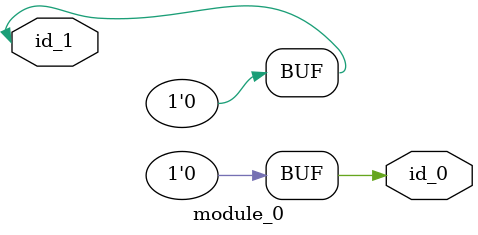
<source format=v>
module module_0 (
    output id_0,
    input  id_1
);
  assign id_0 = 1'b0;
  assign id_0 = id_1;
  assign id_0 = 1 == id_1 & id_1 - id_1;
endmodule

</source>
